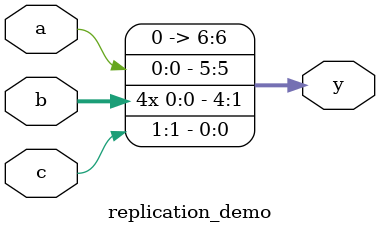
<source format=v>
`timescale 1ns / 1ps


module replication_demo (
    input  a,
    input  [1:0] b,
    input  [1:0] c,
    output [6:0] y
);
    assign y = {a, {4{b[0]}}, c[1]};
endmodule

</source>
